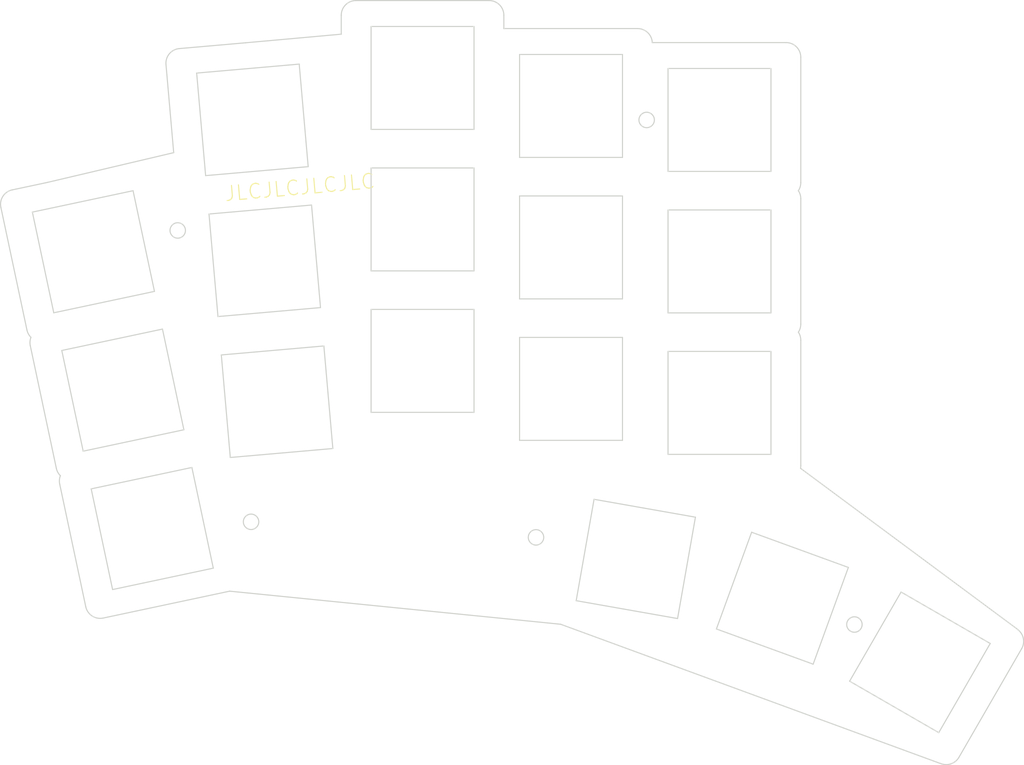
<source format=kicad_pcb>


(kicad_pcb (version 20171130) (host pcbnew 5.1.6)

  (page A3)
  (title_block
    (title "top_plate")
    (rev "1.1")
    (company "Scipio")
  )

  (general
    (thickness 1.6)
  )

  (layers
    (0 F.Cu signal)
    (31 B.Cu signal)
    (32 B.Adhes user)
    (33 F.Adhes user)
    (34 B.Paste user)
    (35 F.Paste user)
    (36 B.SilkS user)
    (37 F.SilkS user)
    (38 B.Mask user)
    (39 F.Mask user)
    (40 Dwgs.User user)
    (41 Cmts.User user)
    (42 Eco1.User user)
    (43 Eco2.User user)
    (44 Edge.Cuts user)
    (45 Margin user)
    (46 B.CrtYd user)
    (47 F.CrtYd user)
    (48 B.Fab user)
    (49 F.Fab user)
  )

  (setup
    (last_trace_width 0.25)
    (trace_clearance 0.2)
    (zone_clearance 0.508)
    (zone_45_only no)
    (trace_min 0.2)
    (via_size 0.8)
    (via_drill 0.4)
    (via_min_size 0.4)
    (via_min_drill 0.3)
    (uvia_size 0.3)
    (uvia_drill 0.1)
    (uvias_allowed no)
    (uvia_min_size 0.2)
    (uvia_min_drill 0.1)
    (edge_width 0.05)
    (segment_width 0.2)
    (pcb_text_width 0.3)
    (pcb_text_size 1.5 1.5)
    (mod_edge_width 0.12)
    (mod_text_size 1 1)
    (mod_text_width 0.15)
    (pad_size 1.524 1.524)
    (pad_drill 0.762)
    (pad_to_mask_clearance 0.05)
    (aux_axis_origin 0 0)
    (visible_elements FFFFFF7F)
    (pcbplotparams
      (layerselection 0x010fc_ffffffff)
      (usegerberextensions false)
      (usegerberattributes true)
      (usegerberadvancedattributes true)
      (creategerberjobfile true)
      (excludeedgelayer true)
      (linewidth 0.100000)
      (plotframeref false)
      (viasonmask false)
      (mode 1)
      (useauxorigin false)
      (hpglpennumber 1)
      (hpglpenspeed 20)
      (hpglpendiameter 15.000000)
      (psnegative false)
      (psa4output false)
      (plotreference true)
      (plotvalue true)
      (plotinvisibletext false)
      (padsonsilk false)
      (subtractmaskfromsilk false)
      (outputformat 1)
      (mirror false)
      (drillshape 1)
      (scaleselection 1)
      (outputdirectory ""))
  )

  (net 0 "")

  (net_class Default "This is the default net class."
    (clearance 0.2)
    (trace_width 0.25)
    (via_dia 0.8)
    (via_drill 0.4)
    (uvia_dia 0.3)
    (uvia_drill 0.1)
    (add_net "")
  )

  
            (gr_text "JLCJLCJLCJLC" (at 9.7277763 -45.482918399999996 5) (layer F.SilkS)
                (effects (font (size 2 2) (thickness 0.15)) (justify left))
            )
        
  (gr_line (start -6.668856 12.1776439) (end 10.5269788 8.5225563) (angle 90) (layer Edge.Cuts) (width 0.15))
(gr_arc (start -10.6295737 -6.456067899999999) (end -12.4941679 -7.179454699999999) (angle -33.204230009113076) (layer Edge.Cuts) (width 0.15))
(gr_line (start -12.5858689 -6.040244599999999) (end -9.0409746 10.637172) (angle 90) (layer Edge.Cuts) (width 0.15))
(gr_arc (start -7.0846794 10.2213487) (end -9.0409746 10.6371721) (angle -90) (layer Edge.Cuts) (width 0.15))
(gr_arc (start -14.629898599999999 -25.276116799999997) (end -16.4944928 -25.999503599999997) (angle -33.204230009113076) (layer Edge.Cuts) (width 0.15))
(gr_line (start -16.586193799999997 -24.860293499999997) (end -13.0412995 -8.1828769) (angle 90) (layer Edge.Cuts) (width 0.15))
(gr_arc (start -11.085004299999998 -8.5987002) (end -13.041299499999997 -8.182876799999999) (angle -33.20423066557032) (layer Edge.Cuts) (width 0.15))
(gr_line (start -14.249750329833862 -47.07194522625434) (end -19.0460469 -46.0524609) (angle 90) (layer Edge.Cuts) (width 0.15))
(gr_arc (start -18.6302235 -44.0961657) (end -19.0460469 -46.0524609) (angle -90) (layer Edge.Cuts) (width 0.15))
(gr_line (start -20.5865187 -43.6803424) (end -17.041624399999996 -27.0029258) (angle 90) (layer Edge.Cuts) (width 0.15))
(gr_arc (start -15.085329199999997 -27.4187491) (end -17.041624399999996 -27.0029257) (angle -33.20423066557021) (layer Edge.Cuts) (width 0.15))
(gr_line (start 12.7080777 -66.0614764) (end 3.6875347000000005 -65.2722811) (angle 90) (layer Edge.Cuts) (width 0.15))
(gr_arc (start 3.8618462000000005 -63.2798918) (end 3.6875347000000005 -65.2722812) (angle -90) (layer Edge.Cuts) (width 0.15))
(gr_line (start 1.8694568 -63.1055803) (end 2.9183263447007164 -51.116946435318745) (angle 90) (layer Edge.Cuts) (width 0.15))
(gr_line (start 47.8183283 -67.99167380000002) (end 47.8183283 -69.8033968) (angle 90) (layer Edge.Cuts) (width 0.15))
(gr_arc (start 45.8183283 -69.8033968) (end 47.8183283 -69.8033968) (angle -90) (layer Edge.Cuts) (width 0.15))
(gr_line (start 45.8183283 -71.8033968) (end 27.708328299999998 -71.8033968) (angle 90) (layer Edge.Cuts) (width 0.15))
(gr_arc (start 27.708328299999998 -69.8033968) (end 27.708328299999998 -71.8033968) (angle -90) (layer Edge.Cuts) (width 0.15))
(gr_line (start 25.708328299999998 -69.8033968) (end 25.708328299999998 -67.2306601187991) (angle 90) (layer Edge.Cuts) (width 0.15))
(gr_arc (start 66.0113283 -65.99339680000001) (end 68.0091562 -66.08658240000001) (angle -87.32946232711626) (layer Edge.Cuts) (width 0.15))
(gr_line (start 66.0113283 -67.99339680000001) (end 47.901328299999996 -67.99339680000001) (angle 90) (layer Edge.Cuts) (width 0.15))
(gr_arc (start 47.901328299999996 -65.99339680000001) (end 47.901328299999996 -67.99339680000001) (angle -2.378457909055925) (layer Edge.Cuts) (width 0.15))
(gr_arc (start 86.2043283 -8.557396800000001) (end 88.1701935 -8.1894646) (angle -10.600859631712865) (layer Edge.Cuts) (width 0.15))
(gr_line (start 88.2043283 -8.557396800000001) (end 88.2043283 -25.607396800000004) (angle 90) (layer Edge.Cuts) (width 0.15))
(gr_arc (start 86.2043283 -25.607396800000004) (end 88.2043283 -25.607396800000004) (angle -33.20422964891852) (layer Edge.Cuts) (width 0.15))
(gr_arc (start 86.2043283 -27.797896800000004) (end 87.8777761 -26.702646800000004) (angle -33.2042296489185) (layer Edge.Cuts) (width 0.15))
(gr_line (start 88.2043283 -27.797896800000004) (end 88.2043283 -44.8478968) (angle 90) (layer Edge.Cuts) (width 0.15))
(gr_arc (start 86.2043283 -44.8478968) (end 88.2043283 -44.8478968) (angle -33.20422964891852) (layer Edge.Cuts) (width 0.15))
(gr_arc (start 86.2043283 -47.03839680000001) (end 87.8777761 -45.94314680000001) (angle -33.2042296489185) (layer Edge.Cuts) (width 0.15))
(gr_line (start 88.2043283 -47.03839680000001) (end 88.2043283 -64.08839680000001) (angle 90) (layer Edge.Cuts) (width 0.15))
(gr_arc (start 86.2043283 -64.08839680000001) (end 88.2043283 -64.08839680000001) (angle -90) (layer Edge.Cuts) (width 0.15))
(gr_line (start 86.2043283 -66.08839680000001) (end 68.0943283 -66.08839680000001) (angle 90) (layer Edge.Cuts) (width 0.15))
(gr_arc (start 68.0943283 -64.08839680000001) (end 68.0943283 -66.08839680000001) (angle -2.4407390596122696) (layer Edge.Cuts) (width 0.15))
(gr_arc (start 107.9859322 30.112246699999993) (end 107.19360089999999 31.94860479999999) (angle -83.33869263829718) (layer Edge.Cuts) (width 0.15))
(gr_line (start 109.71798299999999 31.112246699999993) (end 118.242983 16.346513499999993) (angle 90) (layer Edge.Cuts) (width 0.15))
(gr_arc (start 116.51093219999998 15.346513499999995) (end 118.24298299999998 16.346513499999993) (angle -83.33869325750095) (layer Edge.Cuts) (width 0.15))
(gr_line (start 25.708328299999998 -67.2306601187991) (end 12.7080777 -66.0614764) (angle 90) (layer Edge.Cuts) (width 0.15))
(gr_line (start -14.249750329833862 -47.07194522625434) (end 2.9183263447007164 -51.11694643531874) (angle 90) (layer Edge.Cuts) (width 0.15))
(gr_line (start 88.1701935 -8.1894646) (end 117.71185009999999 13.730462699999997) (angle 90) (layer Edge.Cuts) (width 0.15))
(gr_line (start 117.71185009999999 13.730462699999997) (end 117.70509929999999 13.742155399999994) (angle 90) (layer Edge.Cuts) (width 0.15))
(gr_line (start 107.19360089999999 31.94860479999999) (end 107.1868501 31.960297499999996) (angle 90) (layer Edge.Cuts) (width 0.15))
(gr_line (start 107.1868501 31.960297499999996) (end 55.5446076 13.0232464) (angle 90) (layer Edge.Cuts) (width 0.15))
(gr_line (start 55.5446076 13.0232464) (end 10.5269788 8.5225563) (angle 90) (layer Edge.Cuts) (width 0.15))
(gr_line (start -5.3916514 8.302415) (end 8.302415 5.3916514) (angle 90) (layer Edge.Cuts) (width 0.15))
(gr_line (start 8.302415 5.3916514) (end 5.391651400000001 -8.302415) (angle 90) (layer Edge.Cuts) (width 0.15))
(gr_line (start 5.391651400000001 -8.302415) (end -8.302415 -5.391651400000001) (angle 90) (layer Edge.Cuts) (width 0.15))
(gr_line (start -8.302415 -5.391651400000001) (end -5.3916514 8.302415) (angle 90) (layer Edge.Cuts) (width 0.15))
(gr_line (start -9.3919763 -10.5176339) (end 4.302090100000001 -13.428397499999999) (angle 90) (layer Edge.Cuts) (width 0.15))
(gr_line (start 4.302090100000001 -13.428397499999999) (end 1.3913265000000017 -27.1224639) (angle 90) (layer Edge.Cuts) (width 0.15))
(gr_line (start 1.3913265000000017 -27.1224639) (end -12.302739899999999 -24.2117003) (angle 90) (layer Edge.Cuts) (width 0.15))
(gr_line (start -12.302739899999999 -24.2117003) (end -9.3919763 -10.5176339) (angle 90) (layer Edge.Cuts) (width 0.15))
(gr_line (start -13.392301199999999 -29.3376828) (end 0.3017652000000002 -32.2484464) (angle 90) (layer Edge.Cuts) (width 0.15))
(gr_line (start 0.3017652000000002 -32.2484464) (end -2.608998399999999 -45.9425128) (angle 90) (layer Edge.Cuts) (width 0.15))
(gr_line (start -2.608998399999999 -45.9425128) (end -16.3030648 -43.0317492) (angle 90) (layer Edge.Cuts) (width 0.15))
(gr_line (start -16.3030648 -43.0317492) (end -13.392301199999999 -29.3376828) (angle 90) (layer Edge.Cuts) (width 0.15))
(gr_line (start 10.615959400000001 -9.658505900000002) (end 24.5626852 -10.878686300000002) (angle 90) (layer Edge.Cuts) (width 0.15))
(gr_line (start 24.5626852 -10.878686300000002) (end 23.3425048 -24.8254121) (angle 90) (layer Edge.Cuts) (width 0.15))
(gr_line (start 23.3425048 -24.8254121) (end 9.395779000000001 -23.6052317) (angle 90) (layer Edge.Cuts) (width 0.15))
(gr_line (start 9.395779000000001 -23.6052317) (end 10.615959400000001 -9.658505900000002) (angle 90) (layer Edge.Cuts) (width 0.15))
(gr_line (start 8.939039300000001 -28.825789999999998) (end 22.8857651 -30.045970399999998) (angle 90) (layer Edge.Cuts) (width 0.15))
(gr_line (start 22.8857651 -30.045970399999998) (end 21.6655847 -43.9926962) (angle 90) (layer Edge.Cuts) (width 0.15))
(gr_line (start 21.6655847 -43.9926962) (end 7.718858900000001 -42.772515799999994) (angle 90) (layer Edge.Cuts) (width 0.15))
(gr_line (start 7.718858900000001 -42.772515799999994) (end 8.939039300000001 -28.825789999999998) (angle 90) (layer Edge.Cuts) (width 0.15))
(gr_line (start 7.262119200000001 -47.9930741) (end 21.208845 -49.213254500000005) (angle 90) (layer Edge.Cuts) (width 0.15))
(gr_line (start 21.208845 -49.213254500000005) (end 19.9886646 -63.1599803) (angle 90) (layer Edge.Cuts) (width 0.15))
(gr_line (start 19.9886646 -63.1599803) (end 6.0419388000000005 -61.9397999) (angle 90) (layer Edge.Cuts) (width 0.15))
(gr_line (start 6.0419388000000005 -61.9397999) (end 7.262119200000001 -47.9930741) (angle 90) (layer Edge.Cuts) (width 0.15))
(gr_line (start 29.763328299999998 -15.797396800000001) (end 43.7633283 -15.797396800000001) (angle 90) (layer Edge.Cuts) (width 0.15))
(gr_line (start 43.7633283 -15.797396800000001) (end 43.7633283 -29.7973968) (angle 90) (layer Edge.Cuts) (width 0.15))
(gr_line (start 43.7633283 -29.7973968) (end 29.763328299999998 -29.7973968) (angle 90) (layer Edge.Cuts) (width 0.15))
(gr_line (start 29.763328299999998 -29.7973968) (end 29.763328299999998 -15.797396800000001) (angle 90) (layer Edge.Cuts) (width 0.15))
(gr_line (start 29.763328299999998 -35.0378968) (end 43.7633283 -35.0378968) (angle 90) (layer Edge.Cuts) (width 0.15))
(gr_line (start 43.7633283 -35.0378968) (end 43.7633283 -49.0378968) (angle 90) (layer Edge.Cuts) (width 0.15))
(gr_line (start 43.7633283 -49.0378968) (end 29.763328299999998 -49.0378968) (angle 90) (layer Edge.Cuts) (width 0.15))
(gr_line (start 29.763328299999998 -49.0378968) (end 29.763328299999998 -35.0378968) (angle 90) (layer Edge.Cuts) (width 0.15))
(gr_line (start 29.763328299999998 -54.278396799999996) (end 43.7633283 -54.278396799999996) (angle 90) (layer Edge.Cuts) (width 0.15))
(gr_line (start 43.7633283 -54.278396799999996) (end 43.7633283 -68.2783968) (angle 90) (layer Edge.Cuts) (width 0.15))
(gr_line (start 43.7633283 -68.2783968) (end 29.763328299999998 -68.2783968) (angle 90) (layer Edge.Cuts) (width 0.15))
(gr_line (start 29.763328299999998 -68.2783968) (end 29.763328299999998 -54.278396799999996) (angle 90) (layer Edge.Cuts) (width 0.15))
(gr_line (start 49.956328299999996 -11.987396800000003) (end 63.956328299999996 -11.987396800000003) (angle 90) (layer Edge.Cuts) (width 0.15))
(gr_line (start 63.956328299999996 -11.987396800000003) (end 63.956328299999996 -25.987396800000003) (angle 90) (layer Edge.Cuts) (width 0.15))
(gr_line (start 63.956328299999996 -25.987396800000003) (end 49.956328299999996 -25.987396800000003) (angle 90) (layer Edge.Cuts) (width 0.15))
(gr_line (start 49.956328299999996 -25.987396800000003) (end 49.956328299999996 -11.987396800000003) (angle 90) (layer Edge.Cuts) (width 0.15))
(gr_line (start 49.956328299999996 -31.227896800000003) (end 63.956328299999996 -31.227896800000003) (angle 90) (layer Edge.Cuts) (width 0.15))
(gr_line (start 63.956328299999996 -31.227896800000003) (end 63.956328299999996 -45.2278968) (angle 90) (layer Edge.Cuts) (width 0.15))
(gr_line (start 63.956328299999996 -45.2278968) (end 49.956328299999996 -45.2278968) (angle 90) (layer Edge.Cuts) (width 0.15))
(gr_line (start 49.956328299999996 -45.2278968) (end 49.956328299999996 -31.227896800000003) (angle 90) (layer Edge.Cuts) (width 0.15))
(gr_line (start 49.956328299999996 -50.46839680000001) (end 63.956328299999996 -50.46839680000001) (angle 90) (layer Edge.Cuts) (width 0.15))
(gr_line (start 63.956328299999996 -50.46839680000001) (end 63.956328299999996 -64.46839680000001) (angle 90) (layer Edge.Cuts) (width 0.15))
(gr_line (start 63.956328299999996 -64.46839680000001) (end 49.956328299999996 -64.46839680000001) (angle 90) (layer Edge.Cuts) (width 0.15))
(gr_line (start 49.956328299999996 -64.46839680000001) (end 49.956328299999996 -50.46839680000001) (angle 90) (layer Edge.Cuts) (width 0.15))
(gr_line (start 70.14932830000001 -10.082396800000001) (end 84.14932830000001 -10.082396800000001) (angle 90) (layer Edge.Cuts) (width 0.15))
(gr_line (start 84.14932830000001 -10.082396800000001) (end 84.14932830000001 -24.0823968) (angle 90) (layer Edge.Cuts) (width 0.15))
(gr_line (start 84.14932830000001 -24.0823968) (end 70.14932830000001 -24.0823968) (angle 90) (layer Edge.Cuts) (width 0.15))
(gr_line (start 70.14932830000001 -24.0823968) (end 70.14932830000001 -10.082396800000001) (angle 90) (layer Edge.Cuts) (width 0.15))
(gr_line (start 70.14932830000001 -29.322896800000002) (end 84.14932830000001 -29.322896800000002) (angle 90) (layer Edge.Cuts) (width 0.15))
(gr_line (start 84.14932830000001 -29.322896800000002) (end 84.14932830000001 -43.3228968) (angle 90) (layer Edge.Cuts) (width 0.15))
(gr_line (start 84.14932830000001 -43.3228968) (end 70.14932830000001 -43.3228968) (angle 90) (layer Edge.Cuts) (width 0.15))
(gr_line (start 70.14932830000001 -43.3228968) (end 70.14932830000001 -29.322896800000002) (angle 90) (layer Edge.Cuts) (width 0.15))
(gr_line (start 70.14932830000001 -48.56339680000001) (end 84.14932830000001 -48.56339680000001) (angle 90) (layer Edge.Cuts) (width 0.15))
(gr_line (start 84.14932830000001 -48.56339680000001) (end 84.14932830000001 -62.56339680000001) (angle 90) (layer Edge.Cuts) (width 0.15))
(gr_line (start 84.14932830000001 -62.56339680000001) (end 70.14932830000001 -62.56339680000001) (angle 90) (layer Edge.Cuts) (width 0.15))
(gr_line (start 70.14932830000001 -62.56339680000001) (end 70.14932830000001 -48.56339680000001) (angle 90) (layer Edge.Cuts) (width 0.15))
(gr_line (start 57.6585493 9.8166125) (end 71.4458578 12.247686999999999) (angle 90) (layer Edge.Cuts) (width 0.15))
(gr_line (start 71.4458578 12.247686999999999) (end 73.87693229999999 -1.5396215000000009) (angle 90) (layer Edge.Cuts) (width 0.15))
(gr_line (start 73.87693229999999 -1.5396215000000009) (end 60.0896238 -3.9706960000000002) (angle 90) (layer Edge.Cuts) (width 0.15))
(gr_line (start 60.0896238 -3.9706960000000002) (end 57.6585493 9.8166125) (angle 90) (layer Edge.Cuts) (width 0.15))
(gr_line (start 76.73036049999999 13.663665199999999) (end 89.88605709999999 18.4519472) (angle 90) (layer Edge.Cuts) (width 0.15))
(gr_line (start 89.88605709999999 18.4519472) (end 94.6743391 5.296250599999999) (angle 90) (layer Edge.Cuts) (width 0.15))
(gr_line (start 94.6743391 5.296250599999999) (end 81.5186425 0.5079685999999981) (angle 90) (layer Edge.Cuts) (width 0.15))
(gr_line (start 81.5186425 0.5079685999999981) (end 76.73036049999999 13.663665199999999) (angle 90) (layer Edge.Cuts) (width 0.15))
(gr_line (start 94.8443944 20.764057899999997) (end 106.96875 27.764057899999997) (angle 90) (layer Edge.Cuts) (width 0.15))
(gr_line (start 106.96875 27.764057899999997) (end 113.96875 15.639702299999996) (angle 90) (layer Edge.Cuts) (width 0.15))
(gr_line (start 113.96875 15.639702299999996) (end 101.8443944 8.639702299999996) (angle 90) (layer Edge.Cuts) (width 0.15))
(gr_line (start 101.8443944 8.639702299999996) (end 94.8443944 20.764057899999997) (angle 90) (layer Edge.Cuts) (width 0.15))
(gr_circle (center 3.4675210000000014 -40.5369804) (end 4.517521000000001 -40.5369804) (layer Edge.Cuts) (width 0.15))
(gr_circle (center 13.43967 -0.9091312) (end 14.48967 -0.9091312) (layer Edge.Cuts) (width 0.15))
(gr_circle (center 67.2433283 -55.56339680000001) (end 68.2933283 -55.56339680000001) (layer Edge.Cuts) (width 0.15))
(gr_circle (center 52.19382829999999 1.2056031999999988) (end 53.24382829999999 1.2056031999999988) (layer Edge.Cuts) (width 0.15))
(gr_circle (center 95.4977689 13.058380099999997) (end 96.5477689 13.058380099999997) (layer Edge.Cuts) (width 0.15))

)


</source>
